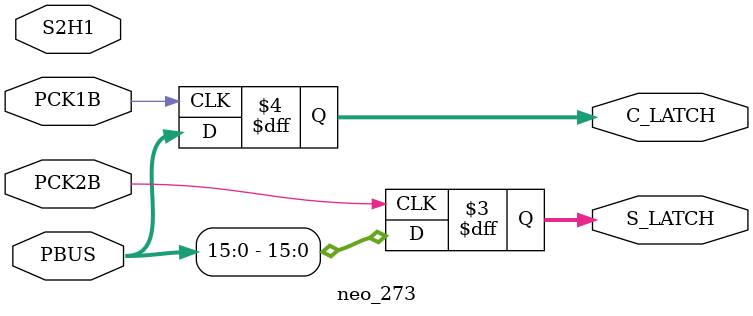
<source format=v>

module neo_273(
	input [19:0] PBUS,
	input PCK1B,
	input PCK2B,
	input S2H1,
	output reg [19:0] C_LATCH,
	output reg [15:0] S_LATCH
);
	
	always @(posedge PCK1B)
	begin
		C_LATCH <= {PBUS[19:0]};
	end
	
	always @(posedge PCK2B)
	begin
		S_LATCH <= {PBUS[15:0]};
	end

endmodule

</source>
